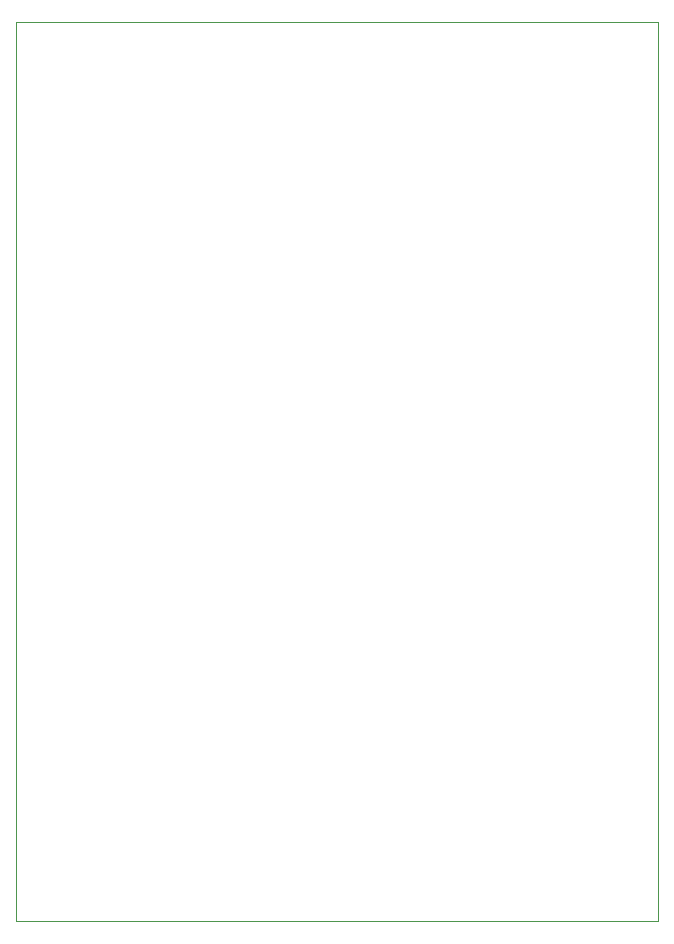
<source format=gbr>
%TF.GenerationSoftware,KiCad,Pcbnew,9.0.0*%
%TF.CreationDate,2025-05-17T06:27:11-04:00*%
%TF.ProjectId,phase-interferometer,70686173-652d-4696-9e74-65726665726f,rev?*%
%TF.SameCoordinates,Original*%
%TF.FileFunction,Profile,NP*%
%FSLAX46Y46*%
G04 Gerber Fmt 4.6, Leading zero omitted, Abs format (unit mm)*
G04 Created by KiCad (PCBNEW 9.0.0) date 2025-05-17 06:27:11*
%MOMM*%
%LPD*%
G01*
G04 APERTURE LIST*
%TA.AperFunction,Profile*%
%ADD10C,0.050000*%
%TD*%
G04 APERTURE END LIST*
D10*
X125900000Y-53450000D02*
X180200000Y-53450000D01*
X180200000Y-129550000D01*
X125900000Y-129550000D01*
X125900000Y-53450000D01*
M02*

</source>
